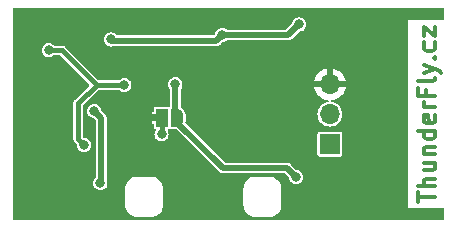
<source format=gbr>
%TF.GenerationSoftware,KiCad,Pcbnew,6.0.4-6f826c9f35~116~ubuntu20.04.1*%
%TF.CreationDate,2023-01-21T12:52:11+00:00*%
%TF.ProjectId,TFRPM01D,54465250-4d30-4314-942e-6b696361645f,rev?*%
%TF.SameCoordinates,PX7e721e0PY7e33658*%
%TF.FileFunction,Copper,L1,Top*%
%TF.FilePolarity,Positive*%
%FSLAX46Y46*%
G04 Gerber Fmt 4.6, Leading zero omitted, Abs format (unit mm)*
G04 Created by KiCad (PCBNEW 6.0.4-6f826c9f35~116~ubuntu20.04.1) date 2023-01-21 12:52:11*
%MOMM*%
%LPD*%
G01*
G04 APERTURE LIST*
G04 Aperture macros list*
%AMFreePoly0*
4,1,22,0.550000,-0.750000,0.000000,-0.750000,0.000000,-0.745033,-0.079941,-0.743568,-0.215256,-0.701293,-0.333266,-0.622738,-0.424486,-0.514219,-0.481581,-0.384460,-0.499164,-0.250000,-0.500000,-0.250000,-0.500000,0.250000,-0.499164,0.250000,-0.499963,0.256109,-0.478152,0.396186,-0.417904,0.524511,-0.324060,0.630769,-0.204165,0.706417,-0.067858,0.745374,0.000000,0.744959,0.000000,0.750000,
0.550000,0.750000,0.550000,-0.750000,0.550000,-0.750000,$1*%
%AMFreePoly1*
4,1,20,0.000000,0.744959,0.073905,0.744508,0.209726,0.703889,0.328688,0.626782,0.421226,0.519385,0.479903,0.390333,0.500000,0.250000,0.500000,-0.250000,0.499851,-0.262216,0.476331,-0.402017,0.414519,-0.529596,0.319384,-0.634700,0.198574,-0.708877,0.061801,-0.746166,0.000000,-0.745033,0.000000,-0.750000,-0.550000,-0.750000,-0.550000,0.750000,0.000000,0.750000,0.000000,0.744959,
0.000000,0.744959,$1*%
G04 Aperture macros list end*
%ADD10C,0.300000*%
%TA.AperFunction,NonConductor*%
%ADD11C,0.300000*%
%TD*%
%TA.AperFunction,SMDPad,CuDef*%
%ADD12FreePoly0,0.000000*%
%TD*%
%TA.AperFunction,SMDPad,CuDef*%
%ADD13R,1.000000X1.500000*%
%TD*%
%TA.AperFunction,SMDPad,CuDef*%
%ADD14FreePoly1,0.000000*%
%TD*%
%TA.AperFunction,ComponentPad*%
%ADD15C,6.000000*%
%TD*%
%TA.AperFunction,ComponentPad*%
%ADD16R,1.700000X1.700000*%
%TD*%
%TA.AperFunction,ComponentPad*%
%ADD17O,1.700000X1.700000*%
%TD*%
%TA.AperFunction,ViaPad*%
%ADD18C,0.800000*%
%TD*%
%TA.AperFunction,Conductor*%
%ADD19C,0.500000*%
%TD*%
%TA.AperFunction,Conductor*%
%ADD20C,0.400000*%
%TD*%
G04 APERTURE END LIST*
D10*
D11*
X13148571Y-7467189D02*
X13148571Y-6610046D01*
X14648571Y-7038618D02*
X13148571Y-7038618D01*
X14648571Y-6110046D02*
X13148571Y-6110046D01*
X14648571Y-5467189D02*
X13862857Y-5467189D01*
X13720000Y-5538618D01*
X13648571Y-5681475D01*
X13648571Y-5895761D01*
X13720000Y-6038618D01*
X13791428Y-6110046D01*
X13648571Y-4110046D02*
X14648571Y-4110046D01*
X13648571Y-4752904D02*
X14434285Y-4752904D01*
X14577142Y-4681475D01*
X14648571Y-4538618D01*
X14648571Y-4324332D01*
X14577142Y-4181475D01*
X14505714Y-4110046D01*
X13648571Y-3395761D02*
X14648571Y-3395761D01*
X13791428Y-3395761D02*
X13720000Y-3324332D01*
X13648571Y-3181475D01*
X13648571Y-2967189D01*
X13720000Y-2824332D01*
X13862857Y-2752904D01*
X14648571Y-2752904D01*
X14648571Y-1395761D02*
X13148571Y-1395761D01*
X14577142Y-1395761D02*
X14648571Y-1538618D01*
X14648571Y-1824332D01*
X14577142Y-1967189D01*
X14505714Y-2038618D01*
X14362857Y-2110046D01*
X13934285Y-2110046D01*
X13791428Y-2038618D01*
X13720000Y-1967189D01*
X13648571Y-1824332D01*
X13648571Y-1538618D01*
X13720000Y-1395761D01*
X14577142Y-110046D02*
X14648571Y-252904D01*
X14648571Y-538618D01*
X14577142Y-681475D01*
X14434285Y-752904D01*
X13862857Y-752904D01*
X13720000Y-681475D01*
X13648571Y-538618D01*
X13648571Y-252904D01*
X13720000Y-110046D01*
X13862857Y-38618D01*
X14005714Y-38618D01*
X14148571Y-752904D01*
X14648571Y604239D02*
X13648571Y604239D01*
X13934285Y604239D02*
X13791428Y675668D01*
X13720000Y747096D01*
X13648571Y889954D01*
X13648571Y1032811D01*
X13862857Y2032811D02*
X13862857Y1532811D01*
X14648571Y1532811D02*
X13148571Y1532811D01*
X13148571Y2247096D01*
X14648571Y3032811D02*
X14577142Y2889954D01*
X14434285Y2818525D01*
X13148571Y2818525D01*
X13648571Y3461382D02*
X14648571Y3818525D01*
X13648571Y4175668D02*
X14648571Y3818525D01*
X15005714Y3675668D01*
X15077142Y3604239D01*
X15148571Y3461382D01*
X14505714Y4747096D02*
X14577142Y4818525D01*
X14648571Y4747096D01*
X14577142Y4675668D01*
X14505714Y4747096D01*
X14648571Y4747096D01*
X14577142Y6104239D02*
X14648571Y5961382D01*
X14648571Y5675668D01*
X14577142Y5532811D01*
X14505714Y5461382D01*
X14362857Y5389954D01*
X13934285Y5389954D01*
X13791428Y5461382D01*
X13720000Y5532811D01*
X13648571Y5675668D01*
X13648571Y5961382D01*
X13720000Y6104239D01*
X13648571Y6604239D02*
X13648571Y7389954D01*
X14648571Y6604239D01*
X14648571Y7389954D01*
%TO.C,JP1*%
G36*
X-8909000Y-607704D02*
G01*
X-9409000Y-607704D01*
X-9409000Y-7704D01*
X-8909000Y-7704D01*
X-8909000Y-607704D01*
G37*
%TD*%
D12*
%TO.P,JP1,1,A*%
%TO.N,GND*%
X-9809000Y-307704D03*
D13*
%TO.P,JP1,2,C*%
%TO.N,Net-(JP1-Pad2)*%
X-8509000Y-307704D03*
D14*
%TO.P,JP1,3,B*%
%TO.N,+3V3*%
X-7209000Y-307704D03*
%TD*%
D15*
%TO.P,M2,1*%
%TO.N,GND*%
X0Y0D03*
%TD*%
D16*
%TO.P,J1,1*%
%TO.N,/COUNT*%
X5715000Y-2540000D03*
D17*
%TO.P,J1,2*%
%TO.N,Net-(C2-Pad1)*%
X5715000Y0D03*
%TO.P,J1,3*%
%TO.N,GND*%
X5715000Y2540000D03*
%TD*%
D18*
%TO.N,GND*%
X-1270000Y8382000D03*
X11412000Y-1171304D03*
X-12192000Y3807096D03*
X-17272000Y-8382000D03*
X-12192000Y-8384904D03*
X-20320000Y3302000D03*
X-20320000Y-6350000D03*
X-20320000Y-3302000D03*
X-20320000Y-5334000D03*
X-20320000Y6350000D03*
X-20320000Y-4318000D03*
X-20320000Y5334000D03*
X-20320000Y4318000D03*
X-16256000Y8506096D03*
X6096000Y-4572000D03*
X11412000Y-5056904D03*
X11412000Y-6160904D03*
X11412000Y-3952904D03*
X11412000Y8268096D03*
X-2286000Y3807096D03*
X11412000Y-8368904D03*
X11412000Y-7264904D03*
X3812000Y3131096D03*
X3812000Y1431096D03*
X11412000Y7125096D03*
X-2540000Y-8384904D03*
X-17018000Y0D03*
X-400000Y3700000D03*
X2286000Y-8382000D03*
X-11176000Y1270000D03*
X-12700000Y-510904D03*
X-1923406Y-5419175D03*
X10312000Y-5068904D03*
X-7900000Y-5600000D03*
X-5867400Y-4041504D03*
X-4188000Y-1368904D03*
X-12700000Y1267096D03*
X-4188000Y331096D03*
X3008000Y-2374904D03*
X-8636000Y2794000D03*
X11412000Y5096000D03*
X11412000Y6112000D03*
X5842000Y4318000D03*
X-7620000Y-8384904D03*
X-17018000Y-1270000D03*
X-12522200Y8506096D03*
X3810000Y-3302000D03*
X-18642000Y6975096D03*
X-17018000Y1270000D03*
X-17526000Y8506096D03*
X-3540964Y-3032964D03*
X-5080000Y-7100000D03*
%TO.N,+3V3*%
X-7366000Y2540000D03*
X2870200Y-5336904D03*
%TO.N,+5V*%
X-14224000Y254000D03*
X-12792000Y6325096D03*
X-13716000Y-5842000D03*
X3100000Y7600000D03*
X-3403600Y6705600D03*
%TO.N,/SDA*%
X-15100000Y-2600000D03*
X-18084800Y5407296D03*
X-11688000Y2481096D03*
%TO.N,Net-(JP1-Pad2)*%
X-8534400Y-1704704D03*
%TD*%
D19*
%TO.N,+3V3*%
X-7366000Y-536304D02*
X-3334872Y-4567432D01*
X-3334872Y-4567432D02*
X2100728Y-4567432D01*
X-7366000Y2540000D02*
X-7366000Y-536304D01*
X2100728Y-4567432D02*
X2870200Y-5336904D01*
%TO.N,+5V*%
X-12792000Y6325096D02*
X-12687000Y6220096D01*
X-13628489Y-341511D02*
X-14224000Y254000D01*
X-12687000Y6220096D02*
X-3889104Y6220096D01*
X-13716000Y-5842000D02*
X-13628489Y-5754489D01*
X752504Y6705600D02*
X2205600Y6705600D01*
X752504Y6705600D02*
X-3403600Y6705600D01*
X2205600Y6705600D02*
X3100000Y7600000D01*
X-3889104Y6220096D02*
X-3403600Y6705600D01*
X-13628489Y-5754489D02*
X-13628489Y-341511D01*
D20*
%TO.N,/SDA*%
X-15595600Y926496D02*
X-14041000Y2481096D01*
X-15100000Y-2600000D02*
X-15595600Y-2104400D01*
X-16967200Y5407296D02*
X-18084800Y5407296D01*
X-15595600Y-2104400D02*
X-15595600Y926496D01*
X-14041000Y2481096D02*
X-11688000Y2481096D01*
X-14041000Y2481096D02*
X-16967200Y5407296D01*
%TO.N,Net-(JP1-Pad2)*%
X-8509000Y-307704D02*
X-8509000Y-1679304D01*
X-8509000Y-1679304D02*
X-8534400Y-1704704D01*
%TD*%
%TA.AperFunction,Conductor*%
%TO.N,GND*%
G36*
X15383066Y9007187D02*
G01*
X15408376Y8963350D01*
X15409500Y8950500D01*
X15409500Y8028739D01*
X15392187Y7981173D01*
X15348350Y7955863D01*
X15335500Y7954739D01*
X12337000Y7954739D01*
X12337000Y-7960547D01*
X15335500Y-7960547D01*
X15383066Y-7977860D01*
X15408376Y-8021697D01*
X15409500Y-8034547D01*
X15409500Y-8900500D01*
X15392187Y-8948066D01*
X15348350Y-8973376D01*
X15335500Y-8974500D01*
X-21015500Y-8974500D01*
X-21063066Y-8957187D01*
X-21088376Y-8913350D01*
X-21089500Y-8900500D01*
X-21089500Y-7699996D01*
X-11605647Y-7699996D01*
X-11605241Y-7702828D01*
X-11605241Y-7702834D01*
X-11602518Y-7721848D01*
X-11602053Y-7725881D01*
X-11589061Y-7874395D01*
X-11543752Y-8043495D01*
X-11469768Y-8202158D01*
X-11369355Y-8345564D01*
X-11245566Y-8469354D01*
X-11102161Y-8569768D01*
X-11099239Y-8571131D01*
X-11099233Y-8571134D01*
X-10967953Y-8632351D01*
X-10943499Y-8643754D01*
X-10774399Y-8689064D01*
X-10771178Y-8689346D01*
X-10771177Y-8689346D01*
X-10643206Y-8700542D01*
X-10637379Y-8701286D01*
X-10615178Y-8705021D01*
X-10615176Y-8705021D01*
X-10612354Y-8705496D01*
X-10609492Y-8705531D01*
X-10607001Y-8705561D01*
X-10600000Y-8705647D01*
X-10569276Y-8701247D01*
X-10558785Y-8700500D01*
X-9448228Y-8700500D01*
X-9435950Y-8701526D01*
X-9412354Y-8705496D01*
X-9409491Y-8705531D01*
X-9407817Y-8705551D01*
X-9400000Y-8705647D01*
X-9397174Y-8705242D01*
X-9397169Y-8705242D01*
X-9378294Y-8702539D01*
X-9374255Y-8702074D01*
X-9304377Y-8695960D01*
X-9225600Y-8689068D01*
X-9056500Y-8643757D01*
X-9011221Y-8622643D01*
X-8900765Y-8571137D01*
X-8900759Y-8571134D01*
X-8897837Y-8569771D01*
X-8754432Y-8469357D01*
X-8630642Y-8345566D01*
X-8530229Y-8202160D01*
X-8456244Y-8043496D01*
X-8410935Y-7874396D01*
X-8399458Y-7743210D01*
X-8398715Y-7737383D01*
X-8394979Y-7715171D01*
X-8394504Y-7712350D01*
X-8394353Y-7699996D01*
X-1605647Y-7699996D01*
X-1605241Y-7702828D01*
X-1605241Y-7702834D01*
X-1602518Y-7721848D01*
X-1602053Y-7725881D01*
X-1589061Y-7874395D01*
X-1543752Y-8043495D01*
X-1469768Y-8202158D01*
X-1369355Y-8345564D01*
X-1245566Y-8469354D01*
X-1102161Y-8569768D01*
X-1099239Y-8571131D01*
X-1099233Y-8571134D01*
X-967953Y-8632351D01*
X-943499Y-8643754D01*
X-774399Y-8689064D01*
X-771178Y-8689346D01*
X-771177Y-8689346D01*
X-643206Y-8700542D01*
X-637379Y-8701286D01*
X-615178Y-8705021D01*
X-615176Y-8705021D01*
X-612354Y-8705496D01*
X-609492Y-8705531D01*
X-607001Y-8705561D01*
X-600000Y-8705647D01*
X-569276Y-8701247D01*
X-558785Y-8700500D01*
X551772Y-8700500D01*
X564050Y-8701526D01*
X587646Y-8705496D01*
X590509Y-8705531D01*
X592183Y-8705551D01*
X600000Y-8705647D01*
X602826Y-8705242D01*
X602831Y-8705242D01*
X621706Y-8702539D01*
X625745Y-8702074D01*
X695623Y-8695960D01*
X774400Y-8689068D01*
X943500Y-8643757D01*
X988779Y-8622643D01*
X1099235Y-8571137D01*
X1099241Y-8571134D01*
X1102163Y-8569771D01*
X1245568Y-8469357D01*
X1369358Y-8345566D01*
X1469771Y-8202160D01*
X1543756Y-8043496D01*
X1589065Y-7874396D01*
X1600542Y-7743210D01*
X1601285Y-7737383D01*
X1605021Y-7715171D01*
X1605496Y-7712350D01*
X1605647Y-7699996D01*
X1601247Y-7669273D01*
X1600500Y-7658782D01*
X1600500Y-6348225D01*
X1601524Y-6335959D01*
X1605496Y-6312350D01*
X1605647Y-6299996D01*
X1605242Y-6297165D01*
X1602539Y-6278290D01*
X1602074Y-6274251D01*
X1591087Y-6148689D01*
X1589067Y-6125598D01*
X1543756Y-5956498D01*
X1492606Y-5846808D01*
X1471135Y-5800765D01*
X1471134Y-5800764D01*
X1469769Y-5797836D01*
X1369355Y-5654432D01*
X1245566Y-5530643D01*
X1102161Y-5430231D01*
X943498Y-5356246D01*
X940069Y-5355327D01*
X777519Y-5311772D01*
X774399Y-5310936D01*
X771178Y-5310654D01*
X771177Y-5310654D01*
X643206Y-5299458D01*
X637379Y-5298714D01*
X615178Y-5294979D01*
X615176Y-5294979D01*
X612354Y-5294504D01*
X609492Y-5294469D01*
X607001Y-5294439D01*
X600000Y-5294353D01*
X578151Y-5297482D01*
X569276Y-5298753D01*
X558785Y-5299500D01*
X-551772Y-5299500D01*
X-564049Y-5298474D01*
X-584823Y-5294979D01*
X-584822Y-5294979D01*
X-587646Y-5294504D01*
X-590509Y-5294469D01*
X-591629Y-5294455D01*
X-600000Y-5294353D01*
X-602832Y-5294759D01*
X-602838Y-5294759D01*
X-621852Y-5297482D01*
X-625889Y-5297947D01*
X-774398Y-5310940D01*
X-943497Y-5356249D01*
X-946417Y-5357611D01*
X-946418Y-5357611D01*
X-1099237Y-5428871D01*
X-1099241Y-5428873D01*
X-1102159Y-5430234D01*
X-1104804Y-5432086D01*
X-1242913Y-5528790D01*
X-1242916Y-5528793D01*
X-1245563Y-5530646D01*
X-1369352Y-5654435D01*
X-1444206Y-5761335D01*
X-1467910Y-5795188D01*
X-1469766Y-5797838D01*
X-1471129Y-5800760D01*
X-1471132Y-5800766D01*
X-1522950Y-5911890D01*
X-1543752Y-5956500D01*
X-1589063Y-6125598D01*
X-1591083Y-6148689D01*
X-1600542Y-6256790D01*
X-1601286Y-6262617D01*
X-1603243Y-6274251D01*
X-1605496Y-6287642D01*
X-1605647Y-6299996D01*
X-1605242Y-6302824D01*
X-1601247Y-6330722D01*
X-1600500Y-6341212D01*
X-1600500Y-7651768D01*
X-1601526Y-7664046D01*
X-1605496Y-7687642D01*
X-1605647Y-7699996D01*
X-8394353Y-7699996D01*
X-8398753Y-7669273D01*
X-8399500Y-7658782D01*
X-8399500Y-6348225D01*
X-8398476Y-6335959D01*
X-8394504Y-6312350D01*
X-8394353Y-6299996D01*
X-8394758Y-6297165D01*
X-8397461Y-6278290D01*
X-8397926Y-6274251D01*
X-8408913Y-6148689D01*
X-8410933Y-6125598D01*
X-8456244Y-5956498D01*
X-8507394Y-5846808D01*
X-8528865Y-5800765D01*
X-8528866Y-5800764D01*
X-8530231Y-5797836D01*
X-8630645Y-5654432D01*
X-8754434Y-5530643D01*
X-8897839Y-5430231D01*
X-9056502Y-5356246D01*
X-9059931Y-5355327D01*
X-9222481Y-5311772D01*
X-9225601Y-5310936D01*
X-9228822Y-5310654D01*
X-9228823Y-5310654D01*
X-9356794Y-5299458D01*
X-9362621Y-5298714D01*
X-9384822Y-5294979D01*
X-9384824Y-5294979D01*
X-9387646Y-5294504D01*
X-9390508Y-5294469D01*
X-9392999Y-5294439D01*
X-9400000Y-5294353D01*
X-9421849Y-5297482D01*
X-9430724Y-5298753D01*
X-9441215Y-5299500D01*
X-10551772Y-5299500D01*
X-10564049Y-5298474D01*
X-10584823Y-5294979D01*
X-10584822Y-5294979D01*
X-10587646Y-5294504D01*
X-10590509Y-5294469D01*
X-10591629Y-5294455D01*
X-10600000Y-5294353D01*
X-10602832Y-5294759D01*
X-10602838Y-5294759D01*
X-10621852Y-5297482D01*
X-10625889Y-5297947D01*
X-10774398Y-5310940D01*
X-10943497Y-5356249D01*
X-10946417Y-5357611D01*
X-10946418Y-5357611D01*
X-11099237Y-5428871D01*
X-11099241Y-5428873D01*
X-11102159Y-5430234D01*
X-11104804Y-5432086D01*
X-11242913Y-5528790D01*
X-11242916Y-5528793D01*
X-11245563Y-5530646D01*
X-11369352Y-5654435D01*
X-11444206Y-5761335D01*
X-11467910Y-5795188D01*
X-11469766Y-5797838D01*
X-11471129Y-5800760D01*
X-11471132Y-5800766D01*
X-11522950Y-5911890D01*
X-11543752Y-5956500D01*
X-11589063Y-6125598D01*
X-11591083Y-6148689D01*
X-11600542Y-6256790D01*
X-11601286Y-6262617D01*
X-11603243Y-6274251D01*
X-11605496Y-6287642D01*
X-11605647Y-6299996D01*
X-11605242Y-6302824D01*
X-11601247Y-6330722D01*
X-11600500Y-6341212D01*
X-11600500Y-7651768D01*
X-11601526Y-7664046D01*
X-11605496Y-7687642D01*
X-11605647Y-7699996D01*
X-21089500Y-7699996D01*
X-21089500Y5407296D01*
X-18690482Y5407296D01*
X-18669844Y5250534D01*
X-18609336Y5104455D01*
X-18606386Y5100611D01*
X-18606384Y5100607D01*
X-18534400Y5006796D01*
X-18513082Y4979014D01*
X-18509232Y4976060D01*
X-18509231Y4976059D01*
X-18391489Y4885712D01*
X-18391485Y4885710D01*
X-18387641Y4882760D01*
X-18241562Y4822252D01*
X-18236760Y4821620D01*
X-18236757Y4821619D01*
X-18089608Y4802247D01*
X-18084800Y4801614D01*
X-18079992Y4802247D01*
X-17932843Y4821619D01*
X-17932840Y4821620D01*
X-17928038Y4822252D01*
X-17781959Y4882760D01*
X-17778115Y4885710D01*
X-17778111Y4885712D01*
X-17660368Y4976060D01*
X-17656518Y4979014D01*
X-17653566Y4982862D01*
X-17651303Y4985124D01*
X-17605426Y5006515D01*
X-17598979Y5006796D01*
X-17163745Y5006796D01*
X-17116179Y4989483D01*
X-17111419Y4985122D01*
X-14659719Y2533422D01*
X-14638327Y2487546D01*
X-14651428Y2438651D01*
X-14659719Y2428770D01*
X-15901084Y1187405D01*
X-15901087Y1187401D01*
X-15923650Y1164838D01*
X-15926294Y1159650D01*
X-15926294Y1159649D01*
X-15935494Y1141594D01*
X-15941561Y1131694D01*
X-15953472Y1115300D01*
X-15953474Y1115295D01*
X-15956896Y1110586D01*
X-15958695Y1105048D01*
X-15958696Y1105047D01*
X-15964958Y1085774D01*
X-15969402Y1075046D01*
X-15978496Y1057197D01*
X-15981246Y1051800D01*
X-15982157Y1046047D01*
X-15985327Y1026033D01*
X-15988038Y1014742D01*
X-15994300Y995470D01*
X-15996100Y989929D01*
X-15996100Y-2167833D01*
X-15994300Y-2173371D01*
X-15994300Y-2173374D01*
X-15988038Y-2192646D01*
X-15985327Y-2203937D01*
X-15981246Y-2229704D01*
X-15978600Y-2234897D01*
X-15969402Y-2252950D01*
X-15964958Y-2263678D01*
X-15956896Y-2288490D01*
X-15953474Y-2293199D01*
X-15953472Y-2293204D01*
X-15941561Y-2309598D01*
X-15935494Y-2319498D01*
X-15926294Y-2337553D01*
X-15923650Y-2342742D01*
X-15901087Y-2365305D01*
X-15901084Y-2365309D01*
X-15726723Y-2539669D01*
X-15705331Y-2585545D01*
X-15705049Y-2591995D01*
X-15705049Y-2595192D01*
X-15705682Y-2600000D01*
X-15685044Y-2756762D01*
X-15624536Y-2902841D01*
X-15621586Y-2906685D01*
X-15621584Y-2906689D01*
X-15531237Y-3024431D01*
X-15528282Y-3028282D01*
X-15524431Y-3031237D01*
X-15406689Y-3121584D01*
X-15406685Y-3121586D01*
X-15402841Y-3124536D01*
X-15256762Y-3185044D01*
X-15251960Y-3185676D01*
X-15251957Y-3185677D01*
X-15104808Y-3205049D01*
X-15100000Y-3205682D01*
X-15095192Y-3205049D01*
X-14948043Y-3185677D01*
X-14948040Y-3185676D01*
X-14943238Y-3185044D01*
X-14797159Y-3124536D01*
X-14793315Y-3121586D01*
X-14793311Y-3121584D01*
X-14675569Y-3031237D01*
X-14671718Y-3028282D01*
X-14668763Y-3024431D01*
X-14578416Y-2906689D01*
X-14578414Y-2906685D01*
X-14575464Y-2902841D01*
X-14514956Y-2756762D01*
X-14494318Y-2600000D01*
X-14514956Y-2443238D01*
X-14575464Y-2297159D01*
X-14578414Y-2293315D01*
X-14578416Y-2293311D01*
X-14668763Y-2175569D01*
X-14671718Y-2171718D01*
X-14684371Y-2162009D01*
X-14793311Y-2078416D01*
X-14793315Y-2078414D01*
X-14797159Y-2075464D01*
X-14943238Y-2014956D01*
X-14948040Y-2014324D01*
X-14948043Y-2014323D01*
X-15095192Y-1994951D01*
X-15100000Y-1994318D01*
X-15104808Y-1994951D01*
X-15108006Y-1994951D01*
X-15155572Y-1977638D01*
X-15160317Y-1973291D01*
X-15173429Y-1960179D01*
X-15194819Y-1914303D01*
X-15195100Y-1907856D01*
X-15195100Y254000D01*
X-14829682Y254000D01*
X-14829049Y249192D01*
X-14811126Y113054D01*
X-14809044Y97238D01*
X-14748536Y-48841D01*
X-14745586Y-52685D01*
X-14745584Y-52689D01*
X-14655237Y-170431D01*
X-14652282Y-174282D01*
X-14648431Y-177237D01*
X-14530689Y-267584D01*
X-14530685Y-267586D01*
X-14526841Y-270536D01*
X-14380762Y-331044D01*
X-14375960Y-331676D01*
X-14375957Y-331677D01*
X-14318891Y-339189D01*
X-14285089Y-343639D01*
X-14242423Y-364680D01*
X-14100663Y-506440D01*
X-14079271Y-552316D01*
X-14078989Y-558766D01*
X-14078989Y-5327125D01*
X-14096302Y-5374691D01*
X-14107939Y-5385831D01*
X-14144282Y-5413718D01*
X-14147237Y-5417569D01*
X-14237584Y-5535311D01*
X-14237586Y-5535315D01*
X-14240536Y-5539159D01*
X-14301044Y-5685238D01*
X-14301676Y-5690040D01*
X-14301677Y-5690043D01*
X-14320235Y-5831005D01*
X-14321682Y-5842000D01*
X-14321049Y-5846808D01*
X-14306196Y-5959626D01*
X-14301044Y-5998762D01*
X-14240536Y-6144841D01*
X-14237586Y-6148685D01*
X-14237584Y-6148689D01*
X-14154635Y-6256790D01*
X-14144282Y-6270282D01*
X-14140431Y-6273237D01*
X-14022689Y-6363584D01*
X-14022685Y-6363586D01*
X-14018841Y-6366536D01*
X-13872762Y-6427044D01*
X-13867960Y-6427676D01*
X-13867957Y-6427677D01*
X-13720808Y-6447049D01*
X-13716000Y-6447682D01*
X-13711192Y-6447049D01*
X-13564043Y-6427677D01*
X-13564040Y-6427676D01*
X-13559238Y-6427044D01*
X-13413159Y-6366536D01*
X-13409315Y-6363586D01*
X-13409311Y-6363584D01*
X-13291569Y-6273237D01*
X-13287718Y-6270282D01*
X-13277365Y-6256790D01*
X-13194416Y-6148689D01*
X-13194414Y-6148685D01*
X-13191464Y-6144841D01*
X-13130956Y-5998762D01*
X-13125803Y-5959626D01*
X-13110951Y-5846808D01*
X-13110318Y-5842000D01*
X-13111765Y-5831005D01*
X-13130323Y-5690043D01*
X-13130324Y-5690040D01*
X-13130956Y-5685238D01*
X-13142617Y-5657085D01*
X-13172356Y-5585288D01*
X-13177989Y-5556970D01*
X-13177989Y-653267D01*
X-9609545Y-653267D01*
X-9603073Y-666745D01*
X-9597639Y-682306D01*
X-9594312Y-696889D01*
X-9589118Y-703407D01*
X-9585148Y-708389D01*
X-9576315Y-722469D01*
X-9569948Y-735728D01*
X-9563445Y-740929D01*
X-9563443Y-740931D01*
X-9558273Y-745065D01*
X-9546619Y-756740D01*
X-9537305Y-768428D01*
X-9524062Y-774815D01*
X-9509994Y-783674D01*
X-9498508Y-792860D01*
X-9483931Y-796212D01*
X-9468373Y-801677D01*
X-9454913Y-808169D01*
X-9431959Y-808189D01*
X-9431844Y-808189D01*
X-9431781Y-808204D01*
X-9414892Y-808204D01*
X-9363704Y-808249D01*
X-9363437Y-808249D01*
X-9363355Y-808210D01*
X-9363303Y-808204D01*
X-9283500Y-808204D01*
X-9235934Y-825517D01*
X-9210624Y-869354D01*
X-9209500Y-882204D01*
X-9209500Y-1077452D01*
X-9197867Y-1135935D01*
X-9153552Y-1202256D01*
X-9147491Y-1206306D01*
X-9095682Y-1240924D01*
X-9087231Y-1246571D01*
X-9076015Y-1248802D01*
X-9032741Y-1275064D01*
X-9016472Y-1322997D01*
X-9031746Y-1366428D01*
X-9055984Y-1398015D01*
X-9055986Y-1398019D01*
X-9058936Y-1401863D01*
X-9119444Y-1547942D01*
X-9120076Y-1552744D01*
X-9120077Y-1552747D01*
X-9135076Y-1666682D01*
X-9140082Y-1704704D01*
X-9119444Y-1861466D01*
X-9058936Y-2007545D01*
X-9055986Y-2011389D01*
X-9055984Y-2011393D01*
X-9006820Y-2075464D01*
X-8962682Y-2132986D01*
X-8958831Y-2135941D01*
X-8841089Y-2226288D01*
X-8841085Y-2226290D01*
X-8837241Y-2229240D01*
X-8691162Y-2289748D01*
X-8686360Y-2290380D01*
X-8686357Y-2290381D01*
X-8539208Y-2309753D01*
X-8534400Y-2310386D01*
X-8529592Y-2309753D01*
X-8382443Y-2290381D01*
X-8382440Y-2290380D01*
X-8377638Y-2289748D01*
X-8231559Y-2229240D01*
X-8227715Y-2226290D01*
X-8227711Y-2226288D01*
X-8109969Y-2135941D01*
X-8106118Y-2132986D01*
X-8061980Y-2075464D01*
X-8012816Y-2011393D01*
X-8012814Y-2011389D01*
X-8009864Y-2007545D01*
X-7949356Y-1861466D01*
X-7928718Y-1704704D01*
X-7933724Y-1666682D01*
X-7948723Y-1552747D01*
X-7948724Y-1552744D01*
X-7949356Y-1547942D01*
X-8009864Y-1401863D01*
X-8015519Y-1394494D01*
X-8030328Y-1375193D01*
X-8045549Y-1326917D01*
X-8026177Y-1280151D01*
X-7986055Y-1257568D01*
X-7937921Y-1247994D01*
X-7937919Y-1247993D01*
X-7930769Y-1246571D01*
X-7924706Y-1242520D01*
X-7917976Y-1239732D01*
X-7917482Y-1240924D01*
X-7875942Y-1230760D01*
X-7850190Y-1240133D01*
X-7850024Y-1239732D01*
X-7843294Y-1242520D01*
X-7837231Y-1246571D01*
X-7776998Y-1258552D01*
X-7762570Y-1261422D01*
X-7762569Y-1261422D01*
X-7759000Y-1262132D01*
X-7307927Y-1262132D01*
X-7260361Y-1279445D01*
X-7255601Y-1283806D01*
X-3675449Y-4863958D01*
X-3669662Y-4870471D01*
X-3646744Y-4899542D01*
X-3597778Y-4933385D01*
X-3595959Y-4934685D01*
X-3548055Y-4970066D01*
X-3542991Y-4971844D01*
X-3542681Y-4972033D01*
X-3542413Y-4972164D01*
X-3540368Y-4973207D01*
X-3540075Y-4973362D01*
X-3539718Y-4973511D01*
X-3535303Y-4976563D01*
X-3530030Y-4978231D01*
X-3530023Y-4978234D01*
X-3478572Y-4994506D01*
X-3476367Y-4995241D01*
X-3425461Y-5013118D01*
X-3420241Y-5014951D01*
X-3414878Y-5015161D01*
X-3413859Y-5015419D01*
X-3410169Y-5016138D01*
X-3406142Y-5017412D01*
X-3399535Y-5017932D01*
X-3345833Y-5017932D01*
X-3342927Y-5017989D01*
X-3290402Y-5020053D01*
X-3284878Y-5020270D01*
X-3279536Y-5018854D01*
X-3275236Y-5018379D01*
X-3267118Y-5017932D01*
X1883473Y-5017932D01*
X1931039Y-5035245D01*
X1935799Y-5039606D01*
X2251520Y-5355327D01*
X2272561Y-5397993D01*
X2285156Y-5493666D01*
X2345664Y-5639745D01*
X2348614Y-5643589D01*
X2348616Y-5643593D01*
X2438963Y-5761335D01*
X2441918Y-5765186D01*
X2445769Y-5768141D01*
X2563511Y-5858488D01*
X2563515Y-5858490D01*
X2567359Y-5861440D01*
X2713438Y-5921948D01*
X2718240Y-5922580D01*
X2718243Y-5922581D01*
X2865392Y-5941953D01*
X2870200Y-5942586D01*
X2875008Y-5941953D01*
X3022157Y-5922581D01*
X3022160Y-5922580D01*
X3026962Y-5921948D01*
X3173041Y-5861440D01*
X3176885Y-5858490D01*
X3176889Y-5858488D01*
X3294631Y-5768141D01*
X3298482Y-5765186D01*
X3301437Y-5761335D01*
X3391784Y-5643593D01*
X3391786Y-5643589D01*
X3394736Y-5639745D01*
X3455244Y-5493666D01*
X3463596Y-5430231D01*
X3475249Y-5341712D01*
X3475882Y-5336904D01*
X3470952Y-5299458D01*
X3455877Y-5184947D01*
X3455876Y-5184944D01*
X3455244Y-5180142D01*
X3394736Y-5034063D01*
X3391786Y-5030219D01*
X3391784Y-5030215D01*
X3301437Y-4912473D01*
X3298482Y-4908622D01*
X3248763Y-4870471D01*
X3176889Y-4815320D01*
X3176885Y-4815318D01*
X3173041Y-4812368D01*
X3026962Y-4751860D01*
X3022160Y-4751228D01*
X3022157Y-4751227D01*
X2965091Y-4743715D01*
X2931289Y-4739265D01*
X2888623Y-4718224D01*
X2441305Y-4270906D01*
X2435518Y-4264393D01*
X2416025Y-4239666D01*
X2416023Y-4239664D01*
X2412600Y-4235322D01*
X2363672Y-4201506D01*
X2361780Y-4200154D01*
X2318362Y-4168084D01*
X2318358Y-4168082D01*
X2313912Y-4164798D01*
X2308846Y-4163020D01*
X2308543Y-4162835D01*
X2308283Y-4162708D01*
X2306222Y-4161658D01*
X2305917Y-4161496D01*
X2305573Y-4161352D01*
X2301159Y-4158301D01*
X2244460Y-4140369D01*
X2242257Y-4139634D01*
X2191320Y-4121747D01*
X2191319Y-4121747D01*
X2186097Y-4119913D01*
X2180734Y-4119703D01*
X2179715Y-4119445D01*
X2176025Y-4118726D01*
X2171998Y-4117452D01*
X2165391Y-4116932D01*
X2111689Y-4116932D01*
X2108783Y-4116875D01*
X2056258Y-4114811D01*
X2050734Y-4114594D01*
X2045392Y-4116010D01*
X2041092Y-4116485D01*
X2032974Y-4116932D01*
X-3117617Y-4116932D01*
X-3165183Y-4099619D01*
X-3169943Y-4095258D01*
X-3855453Y-3409748D01*
X4664500Y-3409748D01*
X4676133Y-3468231D01*
X4720448Y-3534552D01*
X4786769Y-3578867D01*
X4831295Y-3587724D01*
X4841682Y-3589790D01*
X4841683Y-3589790D01*
X4845252Y-3590500D01*
X6584748Y-3590500D01*
X6588317Y-3589790D01*
X6588318Y-3589790D01*
X6598705Y-3587724D01*
X6643231Y-3578867D01*
X6709552Y-3534552D01*
X6753867Y-3468231D01*
X6765500Y-3409748D01*
X6765500Y-1670252D01*
X6753867Y-1611769D01*
X6709552Y-1545448D01*
X6643231Y-1501133D01*
X6598705Y-1492276D01*
X6588318Y-1490210D01*
X6588317Y-1490210D01*
X6584748Y-1489500D01*
X4845252Y-1489500D01*
X4841683Y-1490210D01*
X4841682Y-1490210D01*
X4831295Y-1492276D01*
X4786769Y-1501133D01*
X4720448Y-1545448D01*
X4676133Y-1611769D01*
X4664500Y-1670252D01*
X4664500Y-3409748D01*
X-3855453Y-3409748D01*
X-6498309Y-766892D01*
X-6519701Y-721016D01*
X-6518957Y-702288D01*
X-6502414Y-603962D01*
X-6499596Y-572547D01*
X-6499445Y-560205D01*
X-6501495Y-528723D01*
X-6503825Y-512453D01*
X-6504572Y-501963D01*
X-6504572Y-122968D01*
X-6503548Y-110701D01*
X-6502414Y-103962D01*
X-6499596Y-72547D01*
X-6499445Y-60205D01*
X-6499890Y-53361D01*
X-6501403Y-30137D01*
X-6501495Y-28723D01*
X-6516161Y73686D01*
X-6521426Y110452D01*
X-6521427Y110457D01*
X-6521799Y113054D01*
X-6538067Y168686D01*
X-6597347Y299065D01*
X-6628574Y347894D01*
X-6687118Y415838D01*
X-6720348Y454404D01*
X-6720351Y454407D01*
X-6722064Y456395D01*
X-6765742Y494498D01*
X-6881749Y569690D01*
X-6912248Y610090D01*
X-6915500Y631787D01*
X-6915500Y2115554D01*
X-6900208Y2160602D01*
X-6844416Y2233311D01*
X-6844414Y2233314D01*
X-6841464Y2237159D01*
X-6823787Y2279834D01*
X4381703Y2279834D01*
X4381727Y2278827D01*
X4414033Y2135477D01*
X4415845Y2129695D01*
X4497569Y1928429D01*
X4500304Y1923016D01*
X4613802Y1737803D01*
X4617383Y1732910D01*
X4759614Y1568715D01*
X4763934Y1564484D01*
X4931079Y1425718D01*
X4936038Y1422245D01*
X5123591Y1312648D01*
X5129056Y1310030D01*
X5331987Y1232538D01*
X5337819Y1230844D01*
X5550680Y1187537D01*
X5553619Y1187187D01*
X5598801Y1164364D01*
X5618742Y1117838D01*
X5604111Y1069380D01*
X5561755Y1041663D01*
X5551564Y1040013D01*
X5517203Y1036886D01*
X5480328Y1026033D01*
X5323043Y979742D01*
X5323039Y979740D01*
X5319572Y978720D01*
X5223633Y928564D01*
X5140209Y884951D01*
X5140206Y884949D01*
X5137002Y883274D01*
X5134184Y881008D01*
X5134182Y881007D01*
X4979266Y756452D01*
X4979263Y756449D01*
X4976447Y754185D01*
X4974121Y751413D01*
X4974119Y751411D01*
X4846351Y599144D01*
X4846348Y599140D01*
X4844024Y596370D01*
X4744776Y415838D01*
X4743682Y412389D01*
X4704917Y290185D01*
X4682484Y219468D01*
X4682081Y215877D01*
X4682081Y215876D01*
X4680461Y201430D01*
X4659520Y14738D01*
X4659823Y11129D01*
X4659823Y11127D01*
X4675069Y-170431D01*
X4676759Y-190553D01*
X4733544Y-388586D01*
X4735196Y-391800D01*
X4735197Y-391803D01*
X4804840Y-527314D01*
X4827712Y-571818D01*
X4955677Y-733270D01*
X4958430Y-735613D01*
X4958433Y-735616D01*
X5001242Y-772049D01*
X5112564Y-866791D01*
X5159266Y-892892D01*
X5289239Y-965532D01*
X5289243Y-965534D01*
X5292398Y-967297D01*
X5295834Y-968414D01*
X5295840Y-968416D01*
X5420256Y-1008841D01*
X5488329Y-1030959D01*
X5552176Y-1038572D01*
X5689294Y-1054922D01*
X5689297Y-1054922D01*
X5692894Y-1055351D01*
X5761714Y-1050056D01*
X5894689Y-1039824D01*
X5894691Y-1039824D01*
X5898300Y-1039546D01*
X6096725Y-984145D01*
X6127863Y-968416D01*
X6277376Y-892892D01*
X6277379Y-892890D01*
X6280610Y-891258D01*
X6442951Y-764424D01*
X6459661Y-745065D01*
X6575201Y-611210D01*
X6575203Y-611208D01*
X6577564Y-608472D01*
X6579347Y-605333D01*
X6579350Y-605329D01*
X6632110Y-512453D01*
X6679323Y-429344D01*
X6691812Y-391803D01*
X6743208Y-237299D01*
X6744351Y-233863D01*
X6747676Y-207549D01*
X6769913Y-31519D01*
X6769913Y-31513D01*
X6770171Y-29474D01*
X6770583Y0D01*
X6769099Y15141D01*
X6750833Y201430D01*
X6750480Y205030D01*
X6690935Y402251D01*
X6594218Y584151D01*
X6464011Y743800D01*
X6305275Y875118D01*
X6294384Y881007D01*
X6127238Y971382D01*
X6124055Y973103D01*
X6120605Y974171D01*
X6120600Y974173D01*
X5989541Y1014742D01*
X5927254Y1034023D01*
X5887929Y1038156D01*
X5855262Y1041590D01*
X5809766Y1063781D01*
X5789177Y1110023D01*
X5803130Y1158681D01*
X5845095Y1186987D01*
X5853595Y1188585D01*
X5995303Y1206737D01*
X6001214Y1207994D01*
X6209296Y1270421D01*
X6214925Y1272628D01*
X6410010Y1368199D01*
X6415208Y1371298D01*
X6592073Y1497453D01*
X6596680Y1501346D01*
X6750560Y1654691D01*
X6754489Y1659308D01*
X6881250Y1835715D01*
X6884367Y1840903D01*
X6980616Y2035646D01*
X6982849Y2041286D01*
X7045996Y2249127D01*
X7047277Y2255052D01*
X7049648Y2273063D01*
X7047346Y2283449D01*
X7044021Y2286000D01*
X4393158Y2286000D01*
X4383162Y2282362D01*
X4381703Y2279834D01*
X-6823787Y2279834D01*
X-6780956Y2383238D01*
X-6774961Y2428770D01*
X-6760951Y2535192D01*
X-6760318Y2540000D01*
X-6761765Y2550995D01*
X-6780323Y2691957D01*
X-6780324Y2691960D01*
X-6780956Y2696762D01*
X-6825042Y2803196D01*
X4378662Y2803196D01*
X4380281Y2796648D01*
X4383911Y2794000D01*
X5447952Y2794000D01*
X5457948Y2797638D01*
X5461000Y2802925D01*
X5461000Y2807048D01*
X5969000Y2807048D01*
X5972638Y2797052D01*
X5977925Y2794000D01*
X7038411Y2794000D01*
X7048407Y2797638D01*
X7049621Y2799742D01*
X7049555Y2801578D01*
X7005694Y2976197D01*
X7003748Y2981913D01*
X6917120Y3181144D01*
X6914266Y3186468D01*
X6796265Y3368869D01*
X6792575Y3373661D01*
X6646370Y3534337D01*
X6641945Y3538464D01*
X6471460Y3673104D01*
X6466425Y3676449D01*
X6276245Y3781435D01*
X6270717Y3783919D01*
X6065954Y3856430D01*
X6060087Y3857980D01*
X5981847Y3871917D01*
X5971368Y3870088D01*
X5969000Y3867276D01*
X5969000Y2807048D01*
X5461000Y2807048D01*
X5461000Y3861965D01*
X5457362Y3871961D01*
X5453945Y3873933D01*
X5402217Y3866017D01*
X5396316Y3864612D01*
X5189834Y3797124D01*
X5184260Y3794780D01*
X4991563Y3694469D01*
X4986451Y3691250D01*
X4812728Y3560814D01*
X4808199Y3556793D01*
X4658115Y3399740D01*
X4654308Y3395038D01*
X4531895Y3215587D01*
X4528896Y3210309D01*
X4437440Y3013283D01*
X4435347Y3007594D01*
X4378662Y2803196D01*
X-6825042Y2803196D01*
X-6841464Y2842841D01*
X-6844414Y2846685D01*
X-6844416Y2846689D01*
X-6934763Y2964431D01*
X-6937718Y2968282D01*
X-6982546Y3002680D01*
X-7059311Y3061584D01*
X-7059315Y3061586D01*
X-7063159Y3064536D01*
X-7209238Y3125044D01*
X-7214040Y3125676D01*
X-7214043Y3125677D01*
X-7361192Y3145049D01*
X-7366000Y3145682D01*
X-7370808Y3145049D01*
X-7517957Y3125677D01*
X-7517960Y3125676D01*
X-7522762Y3125044D01*
X-7668841Y3064536D01*
X-7672685Y3061586D01*
X-7672689Y3061584D01*
X-7749454Y3002680D01*
X-7794282Y2968282D01*
X-7797237Y2964431D01*
X-7887584Y2846689D01*
X-7887586Y2846685D01*
X-7890536Y2842841D01*
X-7951044Y2696762D01*
X-7951676Y2691960D01*
X-7951677Y2691957D01*
X-7970235Y2550995D01*
X-7971682Y2540000D01*
X-7971049Y2535192D01*
X-7957038Y2428770D01*
X-7951044Y2383238D01*
X-7890536Y2237159D01*
X-7887586Y2233314D01*
X-7887584Y2233311D01*
X-7831792Y2160602D01*
X-7816500Y2115554D01*
X-7816500Y693041D01*
X-7833813Y645475D01*
X-7877650Y620165D01*
X-7918819Y624674D01*
X-7924709Y627114D01*
X-7930769Y631163D01*
X-7951502Y635287D01*
X-7985682Y642086D01*
X-7985683Y642086D01*
X-7989252Y642796D01*
X-9028748Y642796D01*
X-9032317Y642086D01*
X-9032318Y642086D01*
X-9042705Y640020D01*
X-9087231Y631163D01*
X-9093293Y627112D01*
X-9093294Y627112D01*
X-9134001Y599912D01*
X-9153552Y586848D01*
X-9157602Y580787D01*
X-9173602Y556841D01*
X-9197867Y520527D01*
X-9209500Y462044D01*
X-9209500Y266796D01*
X-9226813Y219230D01*
X-9270650Y193920D01*
X-9283500Y192796D01*
X-9403108Y192796D01*
X-9446230Y192834D01*
X-9446231Y192834D01*
X-9454563Y192841D01*
X-9468041Y186369D01*
X-9483602Y180935D01*
X-9498185Y177608D01*
X-9504703Y172414D01*
X-9509685Y168444D01*
X-9523765Y159611D01*
X-9537024Y153244D01*
X-9542225Y146741D01*
X-9542227Y146739D01*
X-9546361Y141569D01*
X-9558036Y129915D01*
X-9569724Y120601D01*
X-9576110Y107360D01*
X-9584970Y93290D01*
X-9594156Y81804D01*
X-9597508Y67227D01*
X-9602973Y51669D01*
X-9609465Y38209D01*
X-9609485Y15141D01*
X-9609500Y15077D01*
X-9609500Y-1812D01*
X-9609544Y-52689D01*
X-9609545Y-53267D01*
X-9609506Y-53349D01*
X-9609500Y-53399D01*
X-9609500Y-601812D01*
X-9609545Y-653267D01*
X-13177989Y-653267D01*
X-13177989Y-372662D01*
X-13177476Y-363965D01*
X-13173775Y-332692D01*
X-13173125Y-327201D01*
X-13174118Y-321762D01*
X-13183808Y-268702D01*
X-13184189Y-266411D01*
X-13192217Y-213020D01*
X-13192218Y-213017D01*
X-13193040Y-207549D01*
X-13195363Y-202710D01*
X-13195451Y-202353D01*
X-13195547Y-202071D01*
X-13196265Y-199861D01*
X-13196355Y-199568D01*
X-13196499Y-199217D01*
X-13197463Y-193938D01*
X-13224913Y-141093D01*
X-13225894Y-139131D01*
X-13251680Y-85432D01*
X-13255324Y-81491D01*
X-13255863Y-80588D01*
X-13257961Y-77474D01*
X-13259909Y-73723D01*
X-13262648Y-70516D01*
X-13262651Y-70512D01*
X-13263279Y-69778D01*
X-13264214Y-68683D01*
X-13302184Y-30713D01*
X-13304198Y-28618D01*
X-13339882Y9985D01*
X-13343635Y14045D01*
X-13348417Y16823D01*
X-13351784Y19520D01*
X-13357843Y24946D01*
X-13605320Y272423D01*
X-13626361Y315090D01*
X-13638323Y405957D01*
X-13638324Y405960D01*
X-13638956Y410762D01*
X-13699464Y556841D01*
X-13702414Y560685D01*
X-13702416Y560689D01*
X-13792763Y678431D01*
X-13795718Y682282D01*
X-13809739Y693041D01*
X-13917311Y775584D01*
X-13917315Y775586D01*
X-13921159Y778536D01*
X-14067238Y839044D01*
X-14072040Y839676D01*
X-14072043Y839677D01*
X-14219192Y859049D01*
X-14224000Y859682D01*
X-14228808Y859049D01*
X-14375957Y839677D01*
X-14375960Y839676D01*
X-14380762Y839044D01*
X-14526841Y778536D01*
X-14530685Y775586D01*
X-14530689Y775584D01*
X-14638261Y693041D01*
X-14652282Y682282D01*
X-14655237Y678431D01*
X-14745584Y560689D01*
X-14745586Y560685D01*
X-14748536Y556841D01*
X-14809044Y410762D01*
X-14809676Y405960D01*
X-14809677Y405957D01*
X-14823459Y301271D01*
X-14829682Y254000D01*
X-15195100Y254000D01*
X-15195100Y729951D01*
X-15177787Y777517D01*
X-15173426Y782277D01*
X-13896782Y2058922D01*
X-13850906Y2080314D01*
X-13844456Y2080596D01*
X-12173821Y2080596D01*
X-12126255Y2063283D01*
X-12121497Y2058924D01*
X-12119234Y2056662D01*
X-12116282Y2052814D01*
X-12112432Y2049860D01*
X-11994689Y1959512D01*
X-11994685Y1959510D01*
X-11990841Y1956560D01*
X-11844762Y1896052D01*
X-11839960Y1895420D01*
X-11839957Y1895419D01*
X-11692808Y1876047D01*
X-11688000Y1875414D01*
X-11683192Y1876047D01*
X-11536043Y1895419D01*
X-11536040Y1895420D01*
X-11531238Y1896052D01*
X-11385159Y1956560D01*
X-11381315Y1959510D01*
X-11381311Y1959512D01*
X-11263569Y2049859D01*
X-11263568Y2049860D01*
X-11259718Y2052814D01*
X-11251685Y2063283D01*
X-11166416Y2174407D01*
X-11166414Y2174411D01*
X-11163464Y2178255D01*
X-11102956Y2324334D01*
X-11095790Y2378760D01*
X-11082951Y2476288D01*
X-11082318Y2481096D01*
X-11102956Y2637858D01*
X-11163464Y2783937D01*
X-11166414Y2787781D01*
X-11166416Y2787785D01*
X-11256763Y2905527D01*
X-11259718Y2909378D01*
X-11263569Y2912333D01*
X-11381311Y3002680D01*
X-11381315Y3002682D01*
X-11385159Y3005632D01*
X-11531238Y3066140D01*
X-11536040Y3066772D01*
X-11536043Y3066773D01*
X-11683192Y3086145D01*
X-11688000Y3086778D01*
X-11692808Y3086145D01*
X-11839957Y3066773D01*
X-11839960Y3066772D01*
X-11844762Y3066140D01*
X-11990841Y3005632D01*
X-11994685Y3002682D01*
X-11994689Y3002680D01*
X-12085162Y2933257D01*
X-12116282Y2909378D01*
X-12119234Y2905530D01*
X-12121497Y2903268D01*
X-12167374Y2881877D01*
X-12173821Y2881596D01*
X-13844455Y2881596D01*
X-13892021Y2898909D01*
X-13896781Y2903270D01*
X-16706291Y5712780D01*
X-16706295Y5712783D01*
X-16728858Y5735346D01*
X-16734047Y5737990D01*
X-16752102Y5747190D01*
X-16762002Y5753257D01*
X-16778396Y5765168D01*
X-16778401Y5765170D01*
X-16783110Y5768592D01*
X-16788648Y5770391D01*
X-16788649Y5770392D01*
X-16807922Y5776654D01*
X-16818650Y5781098D01*
X-16836703Y5790296D01*
X-16841896Y5792942D01*
X-16857656Y5795438D01*
X-16867663Y5797023D01*
X-16878954Y5799734D01*
X-16898226Y5805996D01*
X-16898229Y5805996D01*
X-16903767Y5807796D01*
X-17598979Y5807796D01*
X-17646545Y5825109D01*
X-17651303Y5829468D01*
X-17653566Y5831730D01*
X-17656518Y5835578D01*
X-17687638Y5859457D01*
X-17778111Y5928880D01*
X-17778115Y5928882D01*
X-17781959Y5931832D01*
X-17928038Y5992340D01*
X-17932840Y5992972D01*
X-17932843Y5992973D01*
X-18079992Y6012345D01*
X-18084800Y6012978D01*
X-18089608Y6012345D01*
X-18236757Y5992973D01*
X-18236760Y5992972D01*
X-18241562Y5992340D01*
X-18387641Y5931832D01*
X-18391485Y5928882D01*
X-18391489Y5928880D01*
X-18498556Y5846724D01*
X-18513082Y5835578D01*
X-18516037Y5831727D01*
X-18606384Y5713985D01*
X-18606386Y5713981D01*
X-18609336Y5710137D01*
X-18669844Y5564058D01*
X-18690482Y5407296D01*
X-21089500Y5407296D01*
X-21089500Y6325096D01*
X-13397682Y6325096D01*
X-13397049Y6320288D01*
X-13387957Y6251230D01*
X-13377044Y6168334D01*
X-13316536Y6022255D01*
X-13313586Y6018411D01*
X-13313584Y6018407D01*
X-13260671Y5949450D01*
X-13220282Y5896814D01*
X-13216431Y5893859D01*
X-13098689Y5803512D01*
X-13098685Y5803510D01*
X-13094841Y5800560D01*
X-12948762Y5740052D01*
X-12943960Y5739420D01*
X-12943957Y5739419D01*
X-12796808Y5720047D01*
X-12792000Y5719414D01*
X-12787192Y5720047D01*
X-12640043Y5739419D01*
X-12640040Y5739420D01*
X-12635238Y5740052D01*
X-12577512Y5763963D01*
X-12549193Y5769596D01*
X-3920255Y5769596D01*
X-3911558Y5769083D01*
X-3899912Y5767705D01*
X-3874794Y5764732D01*
X-3869352Y5765726D01*
X-3869349Y5765726D01*
X-3816304Y5775414D01*
X-3814011Y5775796D01*
X-3760608Y5783825D01*
X-3760607Y5783825D01*
X-3755142Y5784647D01*
X-3750306Y5786970D01*
X-3749968Y5787052D01*
X-3749704Y5787143D01*
X-3747467Y5787869D01*
X-3747158Y5787964D01*
X-3746808Y5788108D01*
X-3741531Y5789071D01*
X-3688762Y5816482D01*
X-3686691Y5817517D01*
X-3638012Y5840892D01*
X-3638011Y5840893D01*
X-3633025Y5843287D01*
X-3629081Y5846933D01*
X-3628173Y5847475D01*
X-3625062Y5849571D01*
X-3621316Y5851517D01*
X-3616276Y5855821D01*
X-3578306Y5893791D01*
X-3576211Y5895805D01*
X-3537608Y5931489D01*
X-3533548Y5935242D01*
X-3530770Y5940024D01*
X-3528073Y5943391D01*
X-3522647Y5949450D01*
X-3385177Y6086920D01*
X-3342511Y6107961D01*
X-3308709Y6112411D01*
X-3251643Y6119923D01*
X-3251640Y6119924D01*
X-3246838Y6120556D01*
X-3100759Y6181064D01*
X-3096914Y6184014D01*
X-3096911Y6184016D01*
X-3024202Y6239808D01*
X-2979154Y6255100D01*
X2174449Y6255100D01*
X2183146Y6254587D01*
X2194792Y6253209D01*
X2219910Y6250236D01*
X2225352Y6251230D01*
X2225355Y6251230D01*
X2278400Y6260918D01*
X2280693Y6261300D01*
X2334096Y6269329D01*
X2334097Y6269329D01*
X2339562Y6270151D01*
X2344398Y6272474D01*
X2344736Y6272556D01*
X2345000Y6272647D01*
X2347237Y6273373D01*
X2347546Y6273468D01*
X2347896Y6273612D01*
X2353173Y6274575D01*
X2405942Y6301986D01*
X2408013Y6303021D01*
X2456692Y6326396D01*
X2456693Y6326397D01*
X2461679Y6328791D01*
X2465623Y6332437D01*
X2466531Y6332979D01*
X2469642Y6335075D01*
X2473388Y6337021D01*
X2478428Y6341325D01*
X2516398Y6379295D01*
X2518493Y6381309D01*
X2557096Y6416993D01*
X2561156Y6420746D01*
X2563934Y6425528D01*
X2566631Y6428895D01*
X2572057Y6434954D01*
X3118423Y6981320D01*
X3161089Y7002361D01*
X3194891Y7006811D01*
X3251957Y7014323D01*
X3251960Y7014324D01*
X3256762Y7014956D01*
X3402841Y7075464D01*
X3406685Y7078414D01*
X3406689Y7078416D01*
X3524431Y7168763D01*
X3528282Y7171718D01*
X3532929Y7177774D01*
X3621584Y7293311D01*
X3621586Y7293315D01*
X3624536Y7297159D01*
X3685044Y7443238D01*
X3705682Y7600000D01*
X3685044Y7756762D01*
X3624536Y7902841D01*
X3621586Y7906685D01*
X3621584Y7906689D01*
X3531237Y8024431D01*
X3528282Y8028282D01*
X3524431Y8031237D01*
X3406689Y8121584D01*
X3406685Y8121586D01*
X3402841Y8124536D01*
X3256762Y8185044D01*
X3251960Y8185676D01*
X3251957Y8185677D01*
X3104808Y8205049D01*
X3100000Y8205682D01*
X3095192Y8205049D01*
X2948043Y8185677D01*
X2948040Y8185676D01*
X2943238Y8185044D01*
X2797159Y8124536D01*
X2793315Y8121586D01*
X2793311Y8121584D01*
X2675569Y8031237D01*
X2671718Y8028282D01*
X2668763Y8024431D01*
X2578416Y7906689D01*
X2578414Y7906685D01*
X2575464Y7902841D01*
X2514956Y7756762D01*
X2514324Y7751960D01*
X2514323Y7751957D01*
X2502361Y7661091D01*
X2481320Y7618424D01*
X2040671Y7177774D01*
X1994795Y7156382D01*
X1988345Y7156100D01*
X-2979154Y7156100D01*
X-3024202Y7171392D01*
X-3096911Y7227184D01*
X-3096914Y7227186D01*
X-3100759Y7230136D01*
X-3246838Y7290644D01*
X-3251640Y7291276D01*
X-3251643Y7291277D01*
X-3398792Y7310649D01*
X-3403600Y7311282D01*
X-3408408Y7310649D01*
X-3555557Y7291277D01*
X-3555560Y7291276D01*
X-3560362Y7290644D01*
X-3706441Y7230136D01*
X-3710285Y7227186D01*
X-3710289Y7227184D01*
X-3802927Y7156100D01*
X-3831882Y7133882D01*
X-3834837Y7130031D01*
X-3925184Y7012289D01*
X-3925186Y7012285D01*
X-3928136Y7008441D01*
X-3988644Y6862362D01*
X-3989276Y6857560D01*
X-3989277Y6857557D01*
X-4001239Y6766690D01*
X-4022280Y6724023D01*
X-4054033Y6692270D01*
X-4099909Y6670878D01*
X-4106359Y6670596D01*
X-12263705Y6670596D01*
X-12311271Y6687909D01*
X-12322413Y6699548D01*
X-12360763Y6749527D01*
X-12363718Y6753378D01*
X-12367569Y6756333D01*
X-12485311Y6846680D01*
X-12485315Y6846682D01*
X-12489159Y6849632D01*
X-12635238Y6910140D01*
X-12640040Y6910772D01*
X-12640043Y6910773D01*
X-12787192Y6930145D01*
X-12792000Y6930778D01*
X-12796808Y6930145D01*
X-12943957Y6910773D01*
X-12943960Y6910772D01*
X-12948762Y6910140D01*
X-13094841Y6849632D01*
X-13098685Y6846682D01*
X-13098689Y6846680D01*
X-13216431Y6756333D01*
X-13220282Y6753378D01*
X-13223237Y6749527D01*
X-13313584Y6631785D01*
X-13313586Y6631781D01*
X-13316536Y6627937D01*
X-13377044Y6481858D01*
X-13377676Y6477056D01*
X-13377677Y6477053D01*
X-13390412Y6380319D01*
X-13397682Y6325096D01*
X-21089500Y6325096D01*
X-21089500Y8950500D01*
X-21072187Y8998066D01*
X-21028350Y9023376D01*
X-21015500Y9024500D01*
X15335500Y9024500D01*
X15383066Y9007187D01*
G37*
%TD.AperFunction*%
%TD*%
M02*

</source>
